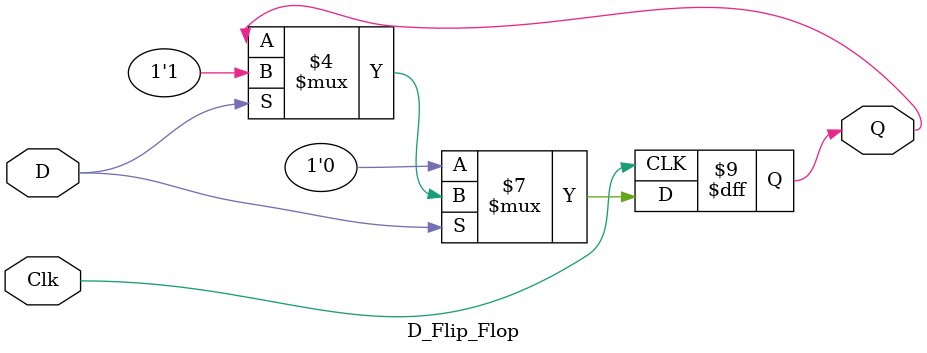
<source format=v>
module D_Flip_Flop(D, Clk, Q);

    input wire D, Clk;
    output reg Q;
    
    always @ (posedge Clk) begin
        if (D==0) Q<=0;
        else if (D==1) Q<=1;
    end
    
endmodule

</source>
